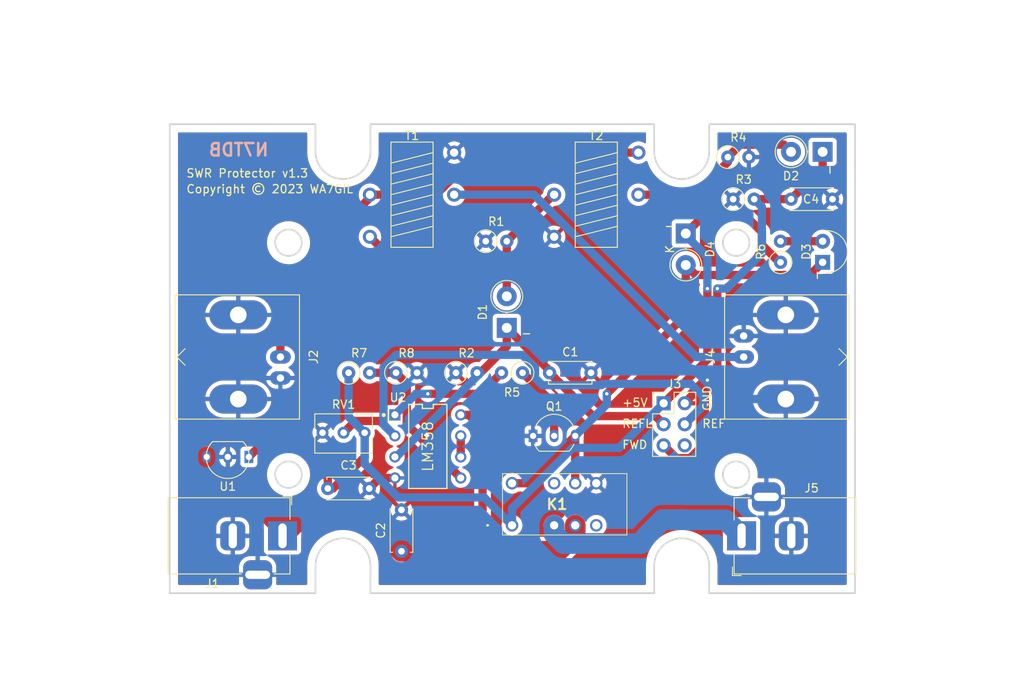
<source format=kicad_pcb>
(kicad_pcb (version 20221018) (generator pcbnew)
  (title_block (title "SWR Protector WA7GIL") (date "2023-05-28") (rev "v1.3"))
  (layers (0 "F.Cu" signal) (31 "B.Cu" signal) (34 "B.Paste" user) (35 "F.Paste" user) (36 "B.SilkS" user "B.Silkscreen") (37 "F.SilkS" user "F.Silkscreen") (38 "B.Mask" user) (39 "F.Mask" user) (44 "Edge.Cuts" user))
  (net 0 "")
  (net 1 "Net-(D3-K)")
  (net 2 "GND")
  (net 3 "Net-(D1-K)")
  (net 4 "+5V")
  (net 5 "+12V")
  (net 6 "Net-(D1-A)")
  (net 7 "Net-(D2-A)")
  (net 8 "Net-(D3-A)")
  (net 9 "Net-(D2-K)")
  (net 10 "Net-(J2-In)")
  (net 11 "Net-(J3-Pin_4)")
  (net 12 "Net-(J4-In)")
  (net 13 "Net-(K1-NC_1)")
  (net 15 "Net-(Q1-B)")
  (net 17 "Net-(U2B-+)")
  (net 18 "Net-(R5-Pad2)")
  (net 19 "Net-(U2B--)")
  (footprint "Capacitor_THT:C_Disc_D5.0mm_W2.5mm_P5.00mm" (layer "F.Cu") (at 188.595 83.82)
    (fp_text reference "C4" (at 2.413 0) (layer "F.SilkS"))
    (fp_text value "10 nF")
    (fp_line (start -0.12 -1.37) (end -0.12 -1.055) (stroke (width 0.12)) (layer "F.SilkS"))
    (fp_line (start -0.12 -1.37) (end 5.12 -1.37) (stroke (width 0.12)) (layer "F.SilkS"))
    (fp_line (start -0.12 1.055) (end -0.12 1.37) (stroke (width 0.12)) (layer "F.SilkS"))
    (fp_line (start -0.12 1.37) (end 5.12 1.37) (stroke (width 0.12)) (layer "F.SilkS"))
    (fp_line (start 5.12 -1.37) (end 5.12 -1.055) (stroke (width 0.12)) (layer "F.SilkS"))
    (fp_line (start 5.12 1.055) (end 5.12 1.37) (stroke (width 0.12)) (layer "F.SilkS"))
    (pad "1" thru_hole circle (at 0 0) (size 1.6 1.6) (drill 0.8) (layers "*.Cu" "*.Mask") (net 9 "Net-(D2-K)"))
    (pad "2" thru_hole circle (at 5 0) (size 1.6 1.6) (drill 0.8) (layers "*.Cu" "*.Mask") (net 2 "GND"))
  )
  (footprint "Resistor_THT:R_Axial_DIN0207_L6.3mm_D2.5mm_P2.54mm_Vertical" (layer "F.Cu") (at 156.21 104.775 180)
    (fp_text reference "R5" (at 1.27 -2.37) (layer "F.SilkS"))
    (fp_text value "4K7")
    (fp_line (start 1.37 0) (end 1.44 0) (stroke (width 0.12)) (layer "F.SilkS"))
    (fp_circle (center 0 0) (end 1.37 0) (stroke (width 0.12)) (fill none) (layer "F.SilkS"))
    (pad "1" thru_hole circle (at 0 0 180) (size 1.6 1.6) (drill 0.8) (layers "*.Cu" "*.Mask") (net 15 "Net-(Q1-B)"))
    (pad "2" thru_hole oval (at 2.54 0 180) (size 1.6 1.6) (drill 0.8) (layers "*.Cu" "*.Mask") (net 18 "Net-(R5-Pad2)"))
  )
  (footprint "Resistor_THT:R_Axial_DIN0207_L6.3mm_D2.5mm_P2.54mm_Vertical" (layer "F.Cu") (at 180.975 78.74)
    (fp_text reference "R4" (at 1.27 -2.37) (layer "F.SilkS"))
    (fp_text value "51R")
    (fp_line (start 1.37 0) (end 1.44 0) (stroke (width 0.12)) (layer "F.SilkS"))
    (fp_circle (center 0 0) (end 1.37 0) (stroke (width 0.12)) (fill none) (layer "F.SilkS"))
    (pad "1" thru_hole circle (at 0 0) (size 1.6 1.6) (drill 0.8) (layers "*.Cu" "*.Mask") (net 7 "Net-(D2-A)"))
    (pad "2" thru_hole oval (at 2.54 0) (size 1.6 1.6) (drill 0.8) (layers "*.Cu" "*.Mask") (net 2 "GND"))
  )
  (footprint "Resistor_THT:R_Axial_DIN0207_L6.3mm_D2.5mm_P2.54mm_Vertical" (layer "F.Cu") (at 151.765 88.9)
    (fp_text reference "R1" (at 1.27 -2.37) (layer "F.SilkS"))
    (fp_text value "51R")
    (fp_line (start 1.37 0) (end 1.44 0) (stroke (width 0.12)) (layer "F.SilkS"))
    (fp_circle (center 0 0) (end 1.37 0) (stroke (width 0.12)) (fill none) (layer "F.SilkS"))
    (pad "1" thru_hole circle (at 0 0) (size 1.6 1.6) (drill 0.8) (layers "*.Cu" "*.Mask") (net 2 "GND"))
    (pad "2" thru_hole oval (at 2.54 0) (size 1.6 1.6) (drill 0.8) (layers "*.Cu" "*.Mask") (net 6 "Net-(D1-A)"))
  )
  (footprint "Capacitor_THT:C_Disc_D5.0mm_W2.5mm_P5.00mm" (layer "F.Cu") (at 141.605 126.325 90)
    (fp_text reference "C2" (at 2.5 -2.5 90) (layer "F.SilkS"))
    (fp_text value "100 nF")
    (fp_line (start -0.12 -1.37) (end -0.12 -1.055) (stroke (width 0.12)) (layer "F.SilkS"))
    (fp_line (start -0.12 -1.37) (end 5.12 -1.37) (stroke (width 0.12)) (layer "F.SilkS"))
    (fp_line (start -0.12 1.055) (end -0.12 1.37) (stroke (width 0.12)) (layer "F.SilkS"))
    (fp_line (start -0.12 1.37) (end 5.12 1.37) (stroke (width 0.12)) (layer "F.SilkS"))
    (fp_line (start 5.12 -1.37) (end 5.12 -1.055) (stroke (width 0.12)) (layer "F.SilkS"))
    (fp_line (start 5.12 1.055) (end 5.12 1.37) (stroke (width 0.12)) (layer "F.SilkS"))
    (pad "1" thru_hole circle (at 0 0 90) (size 1.6 1.6) (drill 0.8) (layers "*.Cu" "*.Mask") (net 5 "+12V"))
    (pad "2" thru_hole circle (at 5 0 90) (size 1.6 1.6) (drill 0.8) (layers "*.Cu" "*.Mask") (net 2 "GND"))
  )
  (footprint "FT37-43:FT37-43-TRANSFORMER" (layer "F.Cu") (at 165.1 75.66)
    (fp_text reference "T2" (at 0 0.5 unlocked) (layer "F.SilkS"))
    (fp_text value "1:12")
    (fp_line (start -2.54 1.27) (end 2.54 1.27) (stroke (width 0.12)) (layer "F.SilkS"))
    (fp_line (start -2.54 3.81) (end 2.54 2.54) (stroke (width 0.12)) (layer "F.SilkS"))
    (fp_line (start -2.54 5.08) (end 2.54 3.81) (stroke (width 0.12)) (layer "F.SilkS"))
    (fp_line (start -2.54 6.35) (end 2.54 5.08) (stroke (width 0.12)) (layer "F.SilkS"))
    (fp_line (start -2.54 7.62) (end 2.54 6.35) (stroke (width 0.12)) (layer "F.SilkS"))
    (fp_line (start -2.54 8.89) (end 2.54 7.62) (stroke (width 0.12)) (layer "F.SilkS"))
    (fp_line (start -2.54 10.16) (end 2.54 8.89) (stroke (width 0.12)) (layer "F.SilkS"))
    (fp_line (start -2.54 11.43) (end 2.54 10.16) (stroke (width 0.12)) (layer "F.SilkS"))
    (fp_line (start -2.54 12.7) (end 2.54 11.43) (stroke (width 0.12)) (layer "F.SilkS"))
    (fp_line (start -2.54 13.97) (end -2.54 1.27) (stroke (width 0.12)) (layer "F.SilkS"))
    (fp_line (start 2.54 1.27) (end 2.54 13.97) (stroke (width 0.12)) (layer "F.SilkS"))
    (fp_line (start 2.54 13.97) (end -2.54 13.97) (stroke (width 0.12)) (layer "F.SilkS"))
    (pad "1" thru_hole circle (at 5.08 2.54) (size 1.7 1.7) (drill 1) (layers "*.Cu" "*.Mask") (net 10 "Net-(J2-In)"))
    (pad "2" thru_hole circle (at -5.08 12.7) (size 1.7 1.7) (drill 1) (layers "*.Cu" "*.Mask") (net 2 "GND"))
    (pad "3" thru_hole circle (at 5.08 7.62) (size 1.7 1.7) (drill 1) (layers "*.Cu" "*.Mask") (net 7 "Net-(D2-A)"))
    (pad "4" thru_hole circle (at -5.08 7.62) (size 1.7 1.7) (drill 1) (layers "*.Cu" "*.Mask") (net 6 "Net-(D1-A)"))
  )
  (footprint "Connector_Coaxial:BNC_Amphenol_B6252HB-NPP3G-50_Horizontal" (layer "F.Cu") (at 182.88 102.87 -90)
    (fp_text reference "J4" (at 0 4 90) (layer "F.SilkS"))
    (fp_text value "transceiver")
    (fp_line (start -7.5 -12.7) (end 7.5 -12.7) (stroke (width 0.12)) (layer "F.SilkS"))
    (fp_line (start -7.5 2.3) (end -7.5 -12.7) (stroke (width 0.12)) (layer "F.SilkS"))
    (fp_line (start 0 -12.5) (end -1 -11.5) (stroke (width 0.12)) (layer "F.SilkS"))
    (fp_line (start 0 -12.5) (end 1 -11.5) (stroke (width 0.12)) (layer "F.SilkS"))
    (fp_line (start 7.5 -12.7) (end 7.5 2.3) (stroke (width 0.12)) (layer "F.SilkS"))
    (fp_line (start 7.5 2.3) (end -7.5 2.3) (stroke (width 0.12)) (layer "F.SilkS"))
    (pad "1" thru_hole oval (at 0 0 270) (size 1.6 2.5) (drill 0.89) (layers "*.Cu" "*.Mask") (net 12 "Net-(J4-In)"))
    (pad "2" thru_hole oval (at -5.08 -5.08 270) (size 3.5 7) (drill 2.01) (layers "*.Cu" "*.Mask") (net 2 "GND"))
    (pad "2" thru_hole oval (at -2.54 0 270) (size 1.6 2.5) (drill 0.89) (layers "*.Cu" "*.Mask") (net 2 "GND"))
    (pad "2" thru_hole oval (at 5.08 -5.08 270) (size 3.5 7) (drill 2.01) (layers "*.Cu" "*.Mask") (net 2 "GND"))
  )
  (footprint "ATX209:ATX209" (layer "F.Cu") (at 154.94 123.19)
    (fp_text reference "K1" (at 5.425 -2.54) (layer "F.SilkS") (effects (font (size 1.27 1.27) (thickness 0.254))))
    (fp_text value "ATX209" hide)
    (fp_line (start -3 0) (end -3 0) (stroke (width 0.2)) (layer "F.SilkS"))
    (fp_line (start -3 0) (end -3 0) (stroke (width 0.2)) (layer "F.SilkS"))
    (fp_line (start -2.9 0) (end -2.9 0) (stroke (width 0.2)) (layer "F.SilkS"))
    (fp_line (start -1.15 -6.24) (end -1.15 1.16) (stroke (width 0.1)) (layer "F.SilkS"))
    (fp_line (start -1.15 1.16) (end 13.85 1.16) (stroke (width 0.1)) (layer "F.SilkS"))
    (fp_line (start 13.85 -6.24) (end -1.15 -6.24) (stroke (width 0.1)) (layer "F.SilkS"))
    (fp_line (start 13.85 1.16) (end 13.85 -6.24) (stroke (width 0.1)) (layer "F.SilkS"))
    (fp_arc (start -3 0) (mid -2.95 -0.05) (end -2.9 0) (stroke (width 0.2)) (layer "F.SilkS"))
    (fp_arc (start -2.9 0) (mid -2.95 0.05) (end -3 0) (stroke (width 0.2)) (layer "F.SilkS"))
    (fp_arc (start -2.9 0) (mid -2.95 0.05) (end -3 0) (stroke (width 0.2)) (layer "F.SilkS"))
    (pad "1" thru_hole circle (at 0 0) (size 1.5 1.5) (drill 1) (layers "*.Cu" "*.Mask") (net 4 "+5V"))
    (pad "3" thru_hole circle (at 5.08 0) (size 1.5 1.5) (drill 1) (layers "*.Cu" "*.Mask") (net 13 "Net-(K1-NC_1)"))
    (pad "4" thru_hole circle (at 7.62 0) (size 1.5 1.5) (drill 1) (layers "*.Cu" "*.Mask") (net 5 "+12V"))
    (pad "5" thru_hole circle (at 10.16 0) (size 1.5 1.5) (drill 1) (layers "*.Cu" "*.Mask"))
    (pad "8" thru_hole circle (at 10.16 -5.08) (size 1.5 1.5) (drill 1) (layers "*.Cu" "*.Mask") (net 2 "GND"))
    (pad "9" thru_hole circle (at 7.62 -5.08) (size 1.5 1.5) (drill 1) (layers "*.Cu" "*.Mask") (net 1 "Net-(D3-K)"))
    (pad "10" thru_hole circle (at 5.08 -5.08) (size 1.5 1.5) (drill 1) (layers "*.Cu" "*.Mask"))
    (pad "12" thru_hole circle (at 0 -5.08) (size 1.5 1.5) (drill 1) (layers "*.Cu" "*.Mask") (net 1 "Net-(D3-K)"))
  )
  (footprint "FT37-43:FT37-43-TRANSFORMER" (layer "F.Cu") (at 142.875 75.66)
    (fp_text reference "T1" (at 0 0.5 unlocked) (layer "F.SilkS"))
    (fp_text value "1:12")
    (fp_line (start -2.54 1.27) (end 2.54 1.27) (stroke (width 0.12)) (layer "F.SilkS"))
    (fp_line (start -2.54 3.81) (end 2.54 2.54) (stroke (width 0.12)) (layer "F.SilkS"))
    (fp_line (start -2.54 5.08) (end 2.54 3.81) (stroke (width 0.12)) (layer "F.SilkS"))
    (fp_line (start -2.54 6.35) (end 2.54 5.08) (stroke (width 0.12)) (layer "F.SilkS"))
    (fp_line (start -2.54 7.62) (end 2.54 6.35) (stroke (width 0.12)) (layer "F.SilkS"))
    (fp_line (start -2.54 8.89) (end 2.54 7.62) (stroke (width 0.12)) (layer "F.SilkS"))
    (fp_line (start -2.54 10.16) (end 2.54 8.89) (stroke (width 0.12)) (layer "F.SilkS"))
    (fp_line (start -2.54 11.43) (end 2.54 10.16) (stroke (width 0.12)) (layer "F.SilkS"))
    (fp_line (start -2.54 12.7) (end 2.54 11.43) (stroke (width 0.12)) (layer "F.SilkS"))
    (fp_line (start -2.54 13.97) (end -2.54 1.27) (stroke (width 0.12)) (layer "F.SilkS"))
    (fp_line (start 2.54 1.27) (end 2.54 13.97) (stroke (width 0.12)) (layer "F.SilkS"))
    (fp_line (start 2.54 13.97) (end -2.54 13.97) (stroke (width 0.12)) (layer "F.SilkS"))
    (pad "1" thru_hole circle (at 5.08 2.54) (size 1.7 1.7) (drill 1) (layers "*.Cu" "*.Mask") (net 2 "GND"))
    (pad "2" thru_hole circle (at -5.08 12.7) (size 1.7 1.7) (drill 1) (layers "*.Cu" "*.Mask") (net 6 "Net-(D1-A)"))
    (pad "3" thru_hole circle (at 5.08 7.62) (size 1.7 1.7) (drill 1) (layers "*.Cu" "*.Mask") (net 12 "Net-(J4-In)"))
    (pad "4" thru_hole circle (at -5.08 7.62) (size 1.7 1.7) (drill 1) (layers "*.Cu" "*.Mask") (net 10 "Net-(J2-In)"))
  )
  (footprint "Resistor_THT:R_Axial_DIN0207_L6.3mm_D2.5mm_P2.54mm_Vertical" (layer "F.Cu") (at 148.18 104.775)
    (fp_text reference "R2" (at 1.27 -2.37) (layer "F.SilkS"))
    (fp_text value "100K")
    (fp_line (start 1.37 0) (end 1.44 0) (stroke (width 0.12)) (layer "F.SilkS"))
    (fp_circle (center 0 0) (end 1.37 0) (stroke (width 0.12)) (fill none) (layer "F.SilkS"))
    (pad "1" thru_hole circle (at 0 0) (size 1.6 1.6) (drill 0.8) (layers "*.Cu" "*.Mask") (net 2 "GND"))
    (pad "2" thru_hole oval (at 2.54 0) (size 1.6 1.6) (drill 0.8) (layers "*.Cu" "*.Mask") (net 3 "Net-(D1-K)"))
  )
  (footprint "Potentiometer_THT:Potentiometer_Bourns_3266Y_Vertical" (layer "F.Cu") (at 137.16 112.014)
    (fp_text reference "RV1" (at -2.54 -3.41) (layer "F.SilkS"))
    (fp_text value "10K")
    (fp_line (start -6.015 -2.28) (end -6.015 -0.494) (stroke (width 0.12)) (layer "F.SilkS"))
    (fp_line (start -6.015 -2.28) (end 0.935 -2.28) (stroke (width 0.12)) (layer "F.SilkS"))
    (fp_line (start -6.015 0.496) (end -6.015 2.46) (stroke (width 0.12)) (layer "F.SilkS"))
    (fp_line (start -6.015 2.46) (end 0.935 2.46) (stroke (width 0.12)) (layer "F.SilkS"))
    (fp_line (start 0.935 -2.28) (end 0.935 -0.494) (stroke (width 0.12)) (layer "F.SilkS"))
    (fp_line (start 0.935 0.496) (end 0.935 2.46) (stroke (width 0.12)) (layer "F.SilkS"))
    (pad "1" thru_hole circle (at 0 0) (size 1.44 1.44) (drill 0.8) (layers "*.Cu" "*.Mask") (net 4 "+5V"))
    (pad "2" thru_hole circle (at -2.54 0) (size 1.44 1.44) (drill 0.8) (layers "*.Cu" "*.Mask") (net 11 "Net-(J3-Pin_4)"))
    (pad "3" thru_hole circle (at -5.08 0) (size 1.44 1.44) (drill 0.8) (layers "*.Cu" "*.Mask") (net 2 "GND"))
  )
  (footprint "Diode_THT:D_DO-15_P3.81mm_Vertical_KathodeUp" (layer "F.Cu") (at 175.895 87.965 -90)
    (fp_text reference "D4" (at 1.905 -2.92 90) (layer "F.SilkS"))
    (fp_text value "1N4007")
    (fp_text user "K" (at 1.9 1.905 90) (layer "F.SilkS"))
    (fp_line (start 1.89 0) (end 1.5 0) (stroke (width 0.12)) (layer "F.SilkS"))
    (fp_circle (center 3.81 0) (end 5.73 0) (stroke (width 0.12)) (fill none) (layer "F.SilkS"))
    (pad "1" thru_hole rect (at 0 0 270) (size 2.4 2.4) (drill 1.2) (layers "*.Cu" "*.Mask") (net 4 "+5V"))
    (pad "2" thru_hole oval (at 3.81 0 270) (size 2.4 2.4) (drill 1.2) (layers "*.Cu" "*.Mask") (net 1 "Net-(D3-K)"))
  )
  (footprint "Diode_THT:D_DO-15_P3.81mm_Vertical_KathodeUp" (layer "F.Cu") (at 154.305 99.36 90)
    (fp_text reference "D1" (at 1.905 -2.92 90) (layer "F.SilkS"))
    (fp_text value "1N270")
    (fp_line (start 1.89 0) (end 1.5 0) (stroke (width 0.12)) (layer "F.SilkS"))
    (fp_circle (center 3.81 0) (end 5.73 0) (stroke (width 0.12)) (fill none) (layer "F.SilkS"))
    (pad "1" thru_hole rect (at 0 0 90) (size 2.4 2.4) (drill 1.2) (layers "*.Cu" "*.Mask") (net 3 "Net-(D1-K)"))
    (pad "2" thru_hole oval (at 3.81 0 90) (size 2.4 2.4) (drill 1.2) (layers "*.Cu" "*.Mask") (net 6 "Net-(D1-A)"))
  )
  (footprint "Connector_BarrelJack:BarrelJack_Horizontal" (layer "F.Cu") (at 182.626 124.46 180)
    (fp_text reference "J5" (at -8.45 5.75) (layer "F.SilkS"))
    (fp_text value "Barrel_Jack")
    (fp_line (start -13.8 -4.6) (end 0.9 -4.6) (stroke (width 0.12)) (layer "F.SilkS"))
    (fp_line (start -13.8 4.6) (end -13.8 -4.6) (stroke (width 0.12)) (layer "F.SilkS"))
    (fp_line (start -5 4.6) (end -13.8 4.6) (stroke (width 0.12)) (layer "F.SilkS"))
    (fp_line (start 0.05 -4.8) (end 1.1 -4.8) (stroke (width 0.12)) (layer "F.SilkS"))
    (fp_line (start 0.9 -4.6) (end 0.9 -2) (stroke (width 0.12)) (layer "F.SilkS"))
    (fp_line (start 0.9 1.9) (end 0.9 4.6) (stroke (width 0.12)) (layer "F.SilkS"))
    (fp_line (start 0.9 4.6) (end -1 4.6) (stroke (width 0.12)) (layer "F.SilkS"))
    (fp_line (start 1.1 -3.75) (end 1.1 -4.8) (stroke (width 0.12)) (layer "F.SilkS"))
    (pad "1" thru_hole rect (at 0 0 180) (size 3.5 3.5) (drill oval 1 3) (layers "*.Cu" "*.Mask") (net 13 "Net-(K1-NC_1)"))
    (pad "2" thru_hole roundrect (at -6 0 180) (size 3 3.5) (drill oval 1 3) (layers "*.Cu" "*.Mask") (net 2 "GND"))
    (pad "3" thru_hole roundrect (at -3 4.7 180) (size 3.5 3.5) (drill oval 3 1) (layers "*.Cu" "*.Mask") (net 2 "GND"))
  )
  (footprint "Resistor_THT:R_Axial_DIN0207_L6.3mm_D2.5mm_P2.54mm_Vertical" (layer "F.Cu") (at 187.325 91.44 90)
    (fp_text reference "R6" (at 1.27 -2.37 90) (layer "F.SilkS"))
    (fp_text value "1K")
    (fp_line (start 1.37 0) (end 1.44 0) (stroke (width 0.12)) (layer "F.SilkS"))
    (fp_circle (center 0 0) (end 1.37 0) (stroke (width 0.12)) (fill none) (layer "F.SilkS"))
    (pad "1" thru_hole circle (at 0 0 90) (size 1.6 1.6) (drill 0.8) (layers "*.Cu" "*.Mask") (net 4 "+5V"))
    (pad "2" thru_hole oval (at 2.54 0 90) (size 1.6 1.6) (drill 0.8) (layers "*.Cu" "*.Mask") (net 8 "Net-(D3-A)"))
  )
  (footprint "Package_TO_SOT_THT:TO-92_Inline" (layer "F.Cu") (at 158.75 112.395)
    (fp_text reference "Q1" (at 1.27 -3.56) (layer "F.SilkS"))
    (fp_text value "2N3904")
    (fp_line (start -0.53 1.85) (end 3.07 1.85) (stroke (width 0.12)) (layer "F.SilkS"))
    (fp_arc (start -1.045667 -0.95) (mid -0.146539 -2.141603) (end 1.269762 -2.613235) (stroke (width 0.12)) (layer "F.SilkS"))
    (fp_arc (start -0.573696 1.80132) (mid -0.874247 1.425223) (end -1.1 1) (stroke (width 0.12)) (layer "F.SilkS"))
    (fp_arc (start 1.27 -2.601326) (mid 2.690476 -2.179253) (end 3.649999 -1.05) (stroke (width 0.12)) (layer "F.SilkS"))
    (fp_arc (start 3.649999 1) (mid 3.412643 1.4356) (end 3.096913 1.818222) (stroke (width 0.12)) (layer "F.SilkS"))
    (pad "1" thru_hole rect (at -1.27 0) (size 1.05 1.5) (drill 0.75) (layers "*.Cu" "*.Mask") (net 2 "GND"))
    (pad "2" thru_hole oval (at 1.27 0) (size 1.05 1.5) (drill 0.75) (layers "*.Cu" "*.Mask") (net 15 "Net-(Q1-B)"))
    (pad "3" thru_hole oval (at 3.81 0) (size 1.05 1.5) (drill 0.75) (layers "*.Cu" "*.Mask") (net 1 "Net-(D3-K)"))
  )
  (footprint "Connector_PinHeader_2.54mm:PinHeader_2x03_P2.54mm_Vertical" (layer "F.Cu") (at 173.228 108.458)
    (fp_text reference "J3" (at 1.27 -2.33) (layer "F.SilkS"))
    (fp_text value "Conn_02x03")
    (fp_line (start -1.33 -1.33) (end 0 -1.33) (stroke (width 0.12)) (layer "F.SilkS"))
    (fp_line (start -1.33 0) (end -1.33 -1.33) (stroke (width 0.12)) (layer "F.SilkS"))
    (fp_line (start -1.33 1.27) (end -1.33 6.41) (stroke (width 0.12)) (layer "F.SilkS"))
    (fp_line (start -1.33 1.27) (end 1.27 1.27) (stroke (width 0.12)) (layer "F.SilkS"))
    (fp_line (start -1.33 6.41) (end 3.87 6.41) (stroke (width 0.12)) (layer "F.SilkS"))
    (fp_line (start 1.27 -1.33) (end 3.87 -1.33) (stroke (width 0.12)) (layer "F.SilkS"))
    (fp_line (start 1.27 1.27) (end 1.27 -1.33) (stroke (width 0.12)) (layer "F.SilkS"))
    (fp_line (start 3.87 -1.33) (end 3.87 6.41) (stroke (width 0.12)) (layer "F.SilkS"))
    (pad "1" thru_hole rect (at 0 0) (size 1.7 1.7) (drill 1) (layers "*.Cu" "*.Mask") (net 4 "+5V"))
    (pad "2" thru_hole oval (at 2.54 0) (size 1.7 1.7) (drill 1) (layers "*.Cu" "*.Mask") (net 2 "GND"))
    (pad "3" thru_hole oval (at 0 2.54) (size 1.7 1.7) (drill 1) (layers "*.Cu" "*.Mask") (net 3 "Net-(D1-K)"))
    (pad "4" thru_hole oval (at 2.54 2.54) (size 1.7 1.7) (drill 1) (layers "*.Cu" "*.Mask") (net 11 "Net-(J3-Pin_4)"))
    (pad "5" thru_hole oval (at 0 5.08) (size 1.7 1.7) (drill 1) (layers "*.Cu" "*.Mask") (net 9 "Net-(D2-K)"))
    (pad "6" thru_hole oval (at 2.54 5.08) (size 1.7 1.7) (drill 1) (layers "*.Cu" "*.Mask"))
  )
  (footprint "Capacitor_THT:C_Disc_D5.0mm_W2.5mm_P5.00mm" (layer "F.Cu") (at 159.465 104.775)
    (fp_text reference "C1" (at 2.5 -2.5) (layer "F.SilkS"))
    (fp_text value "10 nF")
    (fp_line (start -0.12 -1.37) (end -0.12 -1.055) (stroke (width 0.12)) (layer "F.SilkS"))
    (fp_line (start -0.12 -1.37) (end 5.12 -1.37) (stroke (width 0.12)) (layer "F.SilkS"))
    (fp_line (start -0.12 1.055) (end -0.12 1.37) (stroke (width 0.12)) (layer "F.SilkS"))
    (fp_line (start -0.12 1.37) (end 5.12 1.37) (stroke (width 0.12)) (layer "F.SilkS"))
    (fp_line (start 5.12 -1.37) (end 5.12 -1.055) (stroke (width 0.12)) (layer "F.SilkS"))
    (fp_line (start 5.12 1.055) (end 5.12 1.37) (stroke (width 0.12)) (layer "F.SilkS"))
    (pad "1" thru_hole circle (at 0 0) (size 1.6 1.6) (drill 0.8) (layers "*.Cu" "*.Mask") (net 3 "Net-(D1-K)"))
    (pad "2" thru_hole circle (at 5 0) (size 1.6 1.6) (drill 0.8) (layers "*.Cu" "*.Mask") (net 2 "GND"))
  )
  (footprint "Resistor_THT:R_Axial_DIN0207_L6.3mm_D2.5mm_P2.54mm_Vertical" (layer "F.Cu") (at 135.226 104.775)
    (fp_text reference "R7" (at 1.27 -2.37) (layer "F.SilkS"))
    (fp_text value "10K")
    (fp_line (start 1.37 0) (end 1.44 0) (stroke (width 0.12)) (layer "F.SilkS"))
    (fp_circle (center 0 0) (end 1.37 0) (stroke (width 0.12)) (fill none) (layer "F.SilkS"))
    (pad "1" thru_hole circle (at 0 0) (size 1.6 1.6) (drill 0.8) (layers "*.Cu" "*.Mask") (net 4 "+5V"))
    (pad "2" thru_hole oval (at 2.54 0) (size 1.6 1.6) (drill 0.8) (layers "*.Cu" "*.Mask") (net 17 "Net-(U2B-+)"))
  )
  (footprint "LED_THT:LED_D5.0mm_Horizontal_O1.27mm_Z9.0mm" (layer "F.Cu") (at 192.405 91.44 90)
    (fp_text reference "D3" (at 1.27 -1.96 90) (layer "F.SilkS"))
    (fp_text value "red")
    (fp_line (start 0 1.08) (end 0 1.08) (stroke (width 0.12)) (layer "F.SilkS"))
    (fp_line (start 0 1.08) (end 0 1.21) (stroke (width 0.12)) (layer "F.SilkS"))
    (fp_line (start 0 1.21) (end 0 1.08) (stroke (width 0.12)) (layer "F.SilkS"))
    (fp_line (start 0 1.21) (end 0 1.21) (stroke (width 0.12)) (layer "F.SilkS"))
    (fp_line (start 2.54 1.08) (end 2.54 1.08) (stroke (width 0.12)) (layer "F.SilkS"))
    (fp_line (start 2.54 1.08) (end 2.54 1.21) (stroke (width 0.12)) (layer "F.SilkS"))
    (fp_line (start 2.54 1.21) (end 2.54 1.08) (stroke (width 0.12)) (layer "F.SilkS"))
    (fp_line (start 2.54 1.21) (end 2.54 1.21) (stroke (width 0.12)) (layer "F.SilkS"))
    (fp_arc (start 3.83 0.44) (mid 1.27 3) (end -1.29 0.44) (stroke (width 0.12)) (layer "F.SilkS"))
    (pad "1" thru_hole rect (at 0 0 90) (size 1.8 1.8) (drill 0.9) (layers "*.Cu" "*.Mask") (net 1 "Net-(D3-K)"))
    (pad "2" thru_hole circle (at 2.54 0 90) (size 1.8 1.8) (drill 0.9) (layers "*.Cu" "*.Mask") (net 8 "Net-(D3-A)"))
  )
  (footprint "Connector_Coaxial:BNC_Amphenol_B6252HB-NPP3G-50_Horizontal" (layer "F.Cu") (at 127 102.87 90)
    (fp_text reference "J2" (at 0 4 90) (layer "F.SilkS"))
    (fp_text value "antenna")
    (fp_line (start -7.5 -12.7) (end 7.5 -12.7) (stroke (width 0.12)) (layer "F.SilkS"))
    (fp_line (start -7.5 2.3) (end -7.5 -12.7) (stroke (width 0.12)) (layer "F.SilkS"))
    (fp_line (start 0 -12.5) (end -1 -11.5) (stroke (width 0.12)) (layer "F.SilkS"))
    (fp_line (start 0 -12.5) (end 1 -11.5) (stroke (width 0.12)) (layer "F.SilkS"))
    (fp_line (start 7.5 -12.7) (end 7.5 2.3) (stroke (width 0.12)) (layer "F.SilkS"))
    (fp_line (start 7.5 2.3) (end -7.5 2.3) (stroke (width 0.12)) (layer "F.SilkS"))
    (pad "1" thru_hole oval (at 0 0 90) (size 1.6 2.5) (drill 0.89) (layers "*.Cu" "*.Mask") (net 10 "Net-(J2-In)"))
    (pad "2" thru_hole oval (at -5.08 -5.08 90) (size 3.5 7) (drill 2.01) (layers "*.Cu" "*.Mask") (net 2 "GND"))
    (pad "2" thru_hole oval (at -2.54 0 90) (size 1.6 2.5) (drill 0.89) (layers "*.Cu" "*.Mask") (net 2 "GND"))
    (pad "2" thru_hole oval (at 5.08 -5.08 90) (size 3.5 7) (drill 2.01) (layers "*.Cu" "*.Mask") (net 2 "GND"))
  )
  (footprint "Resistor_THT:R_Axial_DIN0207_L6.3mm_D2.5mm_P2.54mm_Vertical" (layer "F.Cu") (at 181.61 83.82)
    (fp_text reference "R3" (at 1.27 -2.37) (layer "F.SilkS"))
    (fp_text value "100K")
    (fp_line (start 1.37 0) (end 1.44 0) (stroke (width 0.12)) (layer "F.SilkS"))
    (fp_circle (center 0 0) (end 1.37 0) (stroke (width 0.12)) (fill none) (layer "F.SilkS"))
    (pad "1" thru_hole circle (at 0 0) (size 1.6 1.6) (drill 0.8) (layers "*.Cu" "*.Mask") (net 2 "GND"))
    (pad "2" thru_hole oval (at 2.54 0) (size 1.6 1.6) (drill 0.8) (layers "*.Cu" "*.Mask") (net 9 "Net-(D2-K)"))
  )
  (footprint "Resistor_THT:R_Axial_DIN0207_L6.3mm_D2.5mm_P2.54mm_Vertical" (layer "F.Cu") (at 140.941 104.775)
    (fp_text reference "R8" (at 1.27 -2.37) (layer "F.SilkS"))
    (fp_text value "10K")
    (fp_line (start 1.37 0) (end 1.44 0) (stroke (width 0.12)) (layer "F.SilkS"))
    (fp_circle (center 0 0) (end 1.37 0) (stroke (width 0.12)) (fill none) (layer "F.SilkS"))
    (pad "1" thru_hole circle (at 0 0) (size 1.6 1.6) (drill 0.8) (layers "*.Cu" "*.Mask") (net 17 "Net-(U2B-+)"))
    (pad "2" thru_hole oval (at 2.54 0) (size 1.6 1.6) (drill 0.8) (layers "*.Cu" "*.Mask") (net 2 "GND"))
  )
  (footprint "LM358:ON_Semiconductor-626-05-04_2015-P-MFG" (layer "F.Cu") (at 144.78 113.665)
    (fp_text reference "U2" (at -4.695 -5.905) (layer "F.SilkS") (effects (justify left)))
    (fp_text value "LM358" (at 0 0 90) (layer "F.SilkS") (effects (font (size 1.27 1.27))))
    (fp_line (start -2.3025 -5.08) (end -2.3025 5.08) (stroke (width 0.15)) (layer "F.SilkS"))
    (fp_line (start -2.3025 5.08) (end 2.3025 5.08) (stroke (width 0.15)) (layer "F.SilkS"))
    (fp_line (start -0.657857 -5.08) (end -2.3025 -5.08) (stroke (width 0.15)) (layer "F.SilkS"))
    (fp_line (start -0.657857 -4.58) (end -0.657857 -5.08) (stroke (width 0.15)) (layer "F.SilkS"))
    (fp_line (start 0.657857 -5.08) (end 0.657857 -4.58) (stroke (width 0.15)) (layer "F.SilkS"))
    (fp_line (start 0.657857 -4.58) (end -0.657857 -4.58) (stroke (width 0.15)) (layer "F.SilkS"))
    (fp_line (start 2.3025 -5.08) (end 0.657857 -5.08) (stroke (width 0.15)) (layer "F.SilkS"))
    (fp_line (start 2.3025 5.08) (end 2.3025 -5.08) (stroke (width 0.15)) (layer "F.SilkS"))
    (fp_circle (center -5.32 -3.785) (end -5.195 -3.785) (stroke (width 0.25)) (fill none) (layer "F.SilkS"))
    (pad "1" thru_hole rect (at -3.97 -3.81) (size 1.35 1.35) (drill 0.85) (layers "*.Cu" "*.Mask") (net 18 "Net-(R5-Pad2)") (thermal_bridge_width 0.4))
    (pad "2" thru_hole circle (at -3.97 -1.27) (size 1.35 1.35) (drill 0.85) (layers "*.Cu" "*.Mask") (net 11 "Net-(J3-Pin_4)") (thermal_bridge_width 0.4))
    (pad "3" thru_hole circle (at -3.97 1.27) (size 1.35 1.35) (drill 0.85) (layers "*.Cu" "*.Mask") (net 3 "Net-(D1-K)") (thermal_bridge_width 0.4))
    (pad "4" thru_hole circle (at -3.97 3.81) (size 1.35 1.35) (drill 0.85) (layers "*.Cu" "*.Mask") (net 2 "GND") (thermal_bridge_width 0.4))
    (pad "5" thru_hole circle (at 3.97 3.81) (size 1.35 1.35) (drill 0.85) (layers "*.Cu" "*.Mask") (net 17 "Net-(U2B-+)") (thermal_bridge_width 0.4))
    (pad "6" thru_hole circle (at 3.97 1.27) (size 1.35 1.35) (drill 0.85) (layers "*.Cu" "*.Mask") (net 19 "Net-(U2B--)") (thermal_bridge_width 0.4))
    (pad "7" thru_hole circle (at 3.97 -1.27) (size 1.35 1.35) (drill 0.85) (layers "*.Cu" "*.Mask") (net 19 "Net-(U2B--)") (thermal_bridge_width 0.4))
    (pad "8" thru_hole circle (at 3.97 -3.81) (size 1.35 1.35) (drill 0.85) (layers "*.Cu" "*.Mask") (net 5 "+12V") (thermal_bridge_width 0.4))
  )
  (footprint "Package_TO_SOT_THT:TO-92_Inline" (layer "F.Cu") (at 121.92 114.935 180)
    (fp_text reference "U1" (at 1.27 -3.56) (layer "F.SilkS"))
    (fp_text value "LM78L05_TO92")
    (fp_line (start -0.53 1.85) (end 3.07 1.85) (stroke (width 0.12)) (layer "F.SilkS"))
    (fp_arc (start -0.568478 1.838478) (mid -1.132087 -0.994977) (end 1.27 -2.6) (stroke (width 0.12)) (layer "F.SilkS"))
    (fp_arc (start 1.27 -2.6) (mid 3.672087 -0.994977) (end 3.108478 1.838478) (stroke (width 0.12)) (layer "F.SilkS"))
    (pad "1" thru_hole rect (at -1.27 0 180) (size 1.05 1.5) (drill 0.75) (layers "*.Cu" "*.Mask") (net 4 "+5V"))
    (pad "2" thru_hole oval (at 1.27 0 180) (size 1.05 1.5) (drill 0.75) (layers "*.Cu" "*.Mask") (net 2 "GND"))
    (pad "3" thru_hole oval (at 3.81 0 180) (size 1.05 1.5) (drill 0.75) (layers "*.Cu" "*.Mask") (net 5 "+12V"))
  )
  (footprint "Diode_THT:D_DO-15_P3.81mm_Vertical_KathodeUp" (layer "F.Cu") (at 192.405 78.105 180)
    (fp_text reference "D2" (at 3.81 -2.92) (layer "F.SilkS"))
    (fp_text value "1N270")
    (fp_line (start 1.89 0) (end 1.5 0) (stroke (width 0.12)) (layer "F.SilkS"))
    (fp_circle (center 3.81 0) (end 5.73 0) (stroke (width 0.12)) (fill none) (layer "F.SilkS"))
    (pad "1" thru_hole rect (at 0 0 180) (size 2.4 2.4) (drill 1.2) (layers "*.Cu" "*.Mask") (net 9 "Net-(D2-K)"))
    (pad "2" thru_hole oval (at 3.81 0 180) (size 2.4 2.4) (drill 1.2) (layers "*.Cu" "*.Mask") (net 7 "Net-(D2-A)"))
  )
  (footprint "Capacitor_THT:C_Disc_D5.0mm_W2.5mm_P5.00mm" (layer "F.Cu") (at 132.715 118.745)
    (fp_text reference "C3" (at 2.5 -2.794) (layer "F.SilkS"))
    (fp_text value "100 nF")
    (fp_line (start -0.12 -1.37) (end -0.12 -1.055) (stroke (width 0.12)) (layer "F.SilkS"))
    (fp_line (start -0.12 -1.37) (end 5.12 -1.37) (stroke (width 0.12)) (layer "F.SilkS"))
    (fp_line (start -0.12 1.055) (end -0.12 1.37) (stroke (width 0.12)) (layer "F.SilkS"))
    (fp_line (start -0.12 1.37) (end 5.12 1.37) (stroke (width 0.12)) (layer "F.SilkS"))
    (fp_line (start 5.12 -1.37) (end 5.12 -1.055) (stroke (width 0.12)) (layer "F.SilkS"))
    (fp_line (start 5.12 1.055) (end 5.12 1.37) (stroke (width 0.12)) (layer "F.SilkS"))
    (pad "1" thru_hole circle (at 0 0) (size 1.6 1.6) (drill 0.8) (layers "*.Cu" "*.Mask") (net 4 "+5V"))
    (pad "2" thru_hole circle (at 5 0) (size 1.6 1.6) (drill 0.8) (layers "*.Cu" "*.Mask") (net 2 "GND"))
  )
  (footprint "Connector_BarrelJack:BarrelJack_Horizontal" (layer "F.Cu") (at 127.254 124.46)
    (fp_text reference "J1" (at -8.45 5.75) (layer "F.SilkS"))
    (fp_text value "Barrel_Jack")
    (fp_line (start -13.8 -4.6) (end 0.9 -4.6) (stroke (width 0.12)) (layer "F.SilkS"))
    (fp_line (start -13.8 4.6) (end -13.8 -4.6) (stroke (width 0.12)) (layer "F.SilkS"))
    (fp_line (start -5 4.6) (end -13.8 4.6) (stroke (width 0.12)) (layer "F.SilkS"))
    (fp_line (start 0.05 -4.8) (end 1.1 -4.8) (stroke (width 0.12)) (layer "F.SilkS"))
    (fp_line (start 0.9 -4.6) (end 0.9 -2) (stroke (width 0.12)) (layer "F.SilkS"))
    (fp_line (start 0.9 1.9) (end 0.9 4.6) (stroke (width 0.12)) (layer "F.SilkS"))
    (fp_line (start 0.9 4.6) (end -1 4.6) (stroke (width 0.12)) (layer "F.SilkS"))
    (fp_line (start 1.1 -3.75) (end 1.1 -4.8) (stroke (width 0.12)) (layer "F.SilkS"))
    (pad "1" thru_hole rect (at 0 0) (size 3.5 3.5) (drill oval 1 3) (layers "*.Cu" "*.Mask") (net 5 "+12V"))
    (pad "2" thru_hole roundrect (at -6 0) (size 3 3.5) (drill oval 1 3) (layers "*.Cu" "*.Mask") (net 2 "GND"))
    (pad "3" thru_hole roundrect (at -3 4.7) (size 3.5 3.5) (drill oval 3 1) (layers "*.Cu" "*.Mask") (net 2 "GND"))
  )
  (gr_line (start 131.229405 131.380487) (end 113.645497 131.380487) (stroke (width 0.2)) (layer "Edge.Cuts"))
  (gr_line (start 172.091371 74.769234) (end 172.091371 78.074861) (stroke (width 0.2)) (layer "Edge.Cuts"))
  (gr_line (start 178.723555 131.380487) (end 178.723555 128.074861) (stroke (width 0.2)) (layer "Edge.Cuts"))
  (gr_arc (start 137.861589 78.074861) (mid 134.545497 81.390953) (end 131.229405 78.074861) (stroke (width 0.2)) (layer "Edge.Cuts"))
  (gr_line (start 196.307463 74.769234) (end 196.307463 131.380487) (stroke (width 0.2)) (layer "Edge.Cuts"))
  (gr_circle (center 181.97648 117.074861) (end 183.57648 117.074861) (stroke (width 0.2)) (fill none) (layer "Edge.Cuts"))
  (gr_line (start 137.861589 74.769234) (end 172.091371 74.769234) (stroke (width 0.2)) (layer "Edge.Cuts"))
  (gr_circle (center 181.97648 89.074861) (end 183.57648 89.074861) (stroke (width 0.2)) (fill none) (layer "Edge.Cuts"))
  (gr_line (start 178.723555 78.074861) (end 178.723555 74.769234) (stroke (width 0.2)) (layer "Edge.Cuts"))
  (gr_line (start 113.645497 74.769234) (end 131.229405 74.769234) (stroke (width 0.2)) (layer "Edge.Cuts"))
  (gr_arc (start 172.091371 128.074861) (mid 175.407463 124.758769) (end 178.723555 128.074861) (stroke (width 0.2)) (layer "Edge.Cuts"))
  (gr_line (start 131.229405 74.769234) (end 131.229405 78.074861) (stroke (width 0.2)) (layer "Edge.Cuts"))
  (gr_arc (start 131.229405 128.074861) (mid 134.545497 124.758769) (end 137.861589 128.074861) (stroke (width 0.2)) (layer "Edge.Cuts"))
  (gr_line (start 196.307463 131.380487) (end 178.723555 131.380487) (stroke (width 0.2)) (layer "Edge.Cuts"))
  (gr_circle (center 127.97648 117.074861) (end 129.57648 117.074861) (stroke (width 0.2)) (fill none) (layer "Edge.Cuts"))
  (gr_line (start 172.091371 128.074861) (end 172.091371 131.380487) (stroke (width 0.2)) (layer "Edge.Cuts"))
  (gr_arc (start 178.723555 78.074861) (mid 175.407463 81.390953) (end 172.091371 78.074861) (stroke (width 0.2)) (layer "Edge.Cuts"))
  (gr_line (start 178.723555 74.769234) (end 196.307463 74.769234) (stroke (width 0.2)) (layer "Edge.Cuts"))
  (gr_line (start 131.229405 128.074861) (end 131.229405 131.380487) (stroke (width 0.2)) (layer "Edge.Cuts"))
  (gr_circle (center 127.97648 89.074861) (end 129.57648 89.074861) (stroke (width 0.2)) (fill none) (layer "Edge.Cuts"))
  (gr_line (start 137.861589 131.380487) (end 137.861589 128.074861) (stroke (width 0.2)) (layer "Edge.Cuts"))
  (gr_line (start 137.861589 78.074861) (end 137.861589 74.769234) (stroke (width 0.2)) (layer "Edge.Cuts"))
  (gr_line (start 113.645497 131.380487) (end 113.645497 74.769234) (stroke (width 0.2)) (layer "Edge.Cuts"))
  (gr_line (start 172.091371 131.380487) (end 137.861589 131.380487) (stroke (width 0.2)) (layer "Edge.Cuts"))
  (gr_text "N7TDB" (at 125.73 78.74) (layer "B.SilkS") (effects (font (size 1.5 1.5) (thickness 0.3) bold) (justify left bottom mirror)))
  (gr_text "-" (at 193.802 81.026 90) (layer "F.SilkS") (effects (font (size 1 1)) (justify left bottom)))
  (gr_text "-" (at 192.278 93.726 90) (layer "F.SilkS") (effects (font (size 1 1)) (justify left bottom)))
  (gr_text "-" (at 173.228 87.63) (layer "F.SilkS") (effects (font (size 1 1)) (justify left bottom)))
  (gr_text "REFL" (at 168.148 111.506) (layer "F.SilkS") (effects (font (size 1 1)) (justify left bottom)))
  (gr_text "+5V" (at 168.148 108.966) (layer "F.SilkS") (effects (font (size 1 1)) (justify left bottom)))
  (gr_text "Copyright © 2023 WA7GIL" (at 115.57 83.185) (layer "F.SilkS") (effects (font (size 1 1)) (justify left bottom)))
  (gr_text "GND" (at 179.07 109.474 90) (layer "F.SilkS") (effects (font (size 1 1)) (justify left bottom)))
  (gr_text "REF" (at 177.8 111.506) (layer "F.SilkS") (effects (font (size 1 1)) (justify left bottom)))
  (gr_text "FWD" (at 168.148 114.046) (layer "F.SilkS") (effects (font (size 1 1)) (justify left bottom)))
  (gr_text "SWR Protector v1.3" (at 115.57 81.28) (layer "F.SilkS") (effects (font (size 1 1)) (justify left bottom)))
  (gr_text "-" (at 155.956 100.584) (layer "F.SilkS") (effects (font (size 1 1)) (justify left bottom)))
  (segment (start 156.845 118.11) (end 162.56 112.395) (width 1) (layer "F.Cu") (net 1))
  (segment (start 190.87 92.975) (end 192.405 91.44) (width 1) (layer "F.Cu") (net 1))
  (segment (start 177.095 92.975) (end 190.87 92.975) (width 1) (layer "F.Cu") (net 1))
  (segment (start 175.895 91.775) (end 177.095 92.975) (width 1) (layer "F.Cu") (net 1))
  (segment (start 162.56 112.395) (end 162.56 118.11) (width 1) (layer "F.Cu") (net 1))
  (segment (start 175.895 97.79) (end 166.37 107.315) (width 1) (layer "F.Cu") (net 1))
  (segment (start 175.895 91.775) (end 175.895 97.79) (width 1) (layer "F.Cu") (net 1))
  (segment (start 154.94 118.11) (end 156.845 118.11) (width 1) (layer "F.Cu") (net 1))
  (via (at 166.37 107.315) (size 0.8) (drill 0.4) (layers "F.Cu" "B.Cu") (net 1))
  (segment (start 166.37 107.315) (end 166.37 108.585) (width 1) (layer "B.Cu") (net 1))
  (segment (start 166.37 108.585) (end 162.56 112.395) (width 1) (layer "B.Cu") (net 1))
  (segment (start 175.768 108.458) (end 175.768 108.401) (width 1) (layer "F.Cu") (net 2))
  (segment (start 138.985 117.475) (end 137.715 118.745) (width 1) (layer "F.Cu") (net 2))
  (segment (start 140.81 117.475) (end 138.985 117.475) (width 1) (layer "F.Cu") (net 2))
  (segment (start 175.768 108.401) (end 178.505 105.664) (width 1) (layer "F.Cu") (net 2))
  (via (at 178.505 105.664) (size 0.8) (drill 0.4) (layers "F.Cu" "B.Cu") (net 2))
  (segment (start 180.791 107.95) (end 187.96 107.95) (width 1) (layer "B.Cu") (net 2))
  (segment (start 178.505 105.664) (end 180.791 107.95) (width 1) (layer "B.Cu") (net 2))
  (segment (start 164.698 110.008) (end 172.238 110.008) (width 1) (layer "F.Cu") (net 3))
  (segment (start 159.465 104.52) (end 154.305 99.36) (width 1) (layer "F.Cu") (net 3))
  (segment (start 154.305 101.6) (end 154.305 99.36) (width 1) (layer "F.Cu") (net 3))
  (segment (start 154.305 101.6) (end 151.13 104.775) (width 1) (layer "F.Cu") (net 3))
  (segment (start 159.465 104.775) (end 159.465 104.52) (width 1) (layer "F.Cu") (net 3))
  (segment (start 173.228 110.998) (end 172.238 110.008) (width 1) (layer "F.Cu") (net 3))
  (segment (start 159.465 104.775) (end 164.698 110.008) (width 1) (layer "F.Cu") (net 3))
  (segment (start 151.13 104.775) (end 140.97 114.935) (width 1) (layer "B.Cu") (net 3))
  (segment (start 140.97 114.935) (end 140.81 114.935) (width 1) (layer "B.Cu") (net 3))
  (segment (start 185.08705 87.797784) (end 183.261593 85.972327) (width 1) (layer "F.Cu") (net 4))
  (segment (start 132.715 117.425734) (end 129.261593 113.972327) (width 1) (layer "F.Cu") (net 4))
  (segment (start 132.715 118.745) (end 133.35 118.745) (width 1) (layer "F.Cu") (net 4))
  (segment (start 178.505 94.615) (end 178.505 103.181) (width 1) (layer "F.Cu") (net 4))
  (segment (start 124.152673 113.972327) (end 123.19 114.935) (width 1) (layer "F.Cu") (net 4))
  (segment (start 133.35 118.745) (end 137.16 114.935) (width 1) (layer "F.Cu") (net 4))
  (segment (start 185.08705 89.344041) (end 185.08705 87.797784) (width 1) (layer "F.Cu") (net 4))
  (segment (start 177.887673 85.972327) (end 175.895 87.965) (width 1) (layer "F.Cu") (net 4))
  (segment (start 187.325 91.44) (end 187.183009 91.44) (width 1) (layer "F.Cu") (net 4))
  (segment (start 187.183009 91.44) (end 185.08705 89.344041) (width 1) (layer "F.Cu") (net 4))
  (segment (start 132.715 118.745) (end 132.715 117.425734) (width 1) (layer "F.Cu") (net 4))
  (segment (start 183.261593 85.972327) (end 177.887673 85.972327) (width 1) (layer "F.Cu") (net 4))
  (segment (start 129.261593 113.972327) (end 124.152673 113.972327) (width 1) (layer "F.Cu") (net 4))
  (segment (start 137.16 114.935) (end 137.16 112.014) (width 1) (layer "F.Cu") (net 4))
  (segment (start 178.505 103.181) (end 173.228 108.458) (width 1) (layer "F.Cu") (net 4))
  (via (at 178.505 94.615) (size 0.8) (drill 0.4) (layers "F.Cu" "B.Cu") (net 4))
  (segment (start 141.215456 119.825) (end 151.575 119.825) (width 1) (layer "B.Cu") (net 4))
  (segment (start 175.895 88.195) (end 178.505 90.805) (width 1) (layer "B.Cu") (net 4))
  (segment (start 178.505 94.615) (end 178.505 90.805) (width 1) (layer "B.Cu") (net 4))
  (segment (start 151.575 119.825) (end 154.94 123.19) (width 1) (layer "B.Cu") (net 4))
  (segment (start 162.23439 113.845) (end 167.841 113.845) (width 1) (layer "B.Cu") (net 4))
  (segment (start 175.895 87.965) (end 175.895 88.195) (width 1) (layer "B.Cu") (net 4))
  (segment (start 135.226 110.08) (end 137.16 112.014) (width 1) (layer "B.Cu") (net 4))
  (segment (start 135.226 104.775) (end 135.226 110.08) (width 1) (layer "B.Cu") (net 4))
  (segment (start 137.16 112.014) (end 137.16 115.769544) (width 1) (layer "B.Cu") (net 4))
  (segment (start 137.16 115.769544) (end 141.215456 119.825) (width 1) (layer "B.Cu") (net 4))
  (segment (start 154.94 121.13939) (end 162.23439 113.845) (width 1) (layer "B.Cu") (net 4))
  (segment (start 167.841 113.845) (end 173.228 108.458) (width 1) (layer "B.Cu") (net 4))
  (segment (start 154.94 123.19) (end 154.94 121.13939) (width 1) (layer "B.Cu") (net 4))
  (segment (start 137.2 121.92) (end 141.605 126.325) (width 2.5) (layer "F.Cu") (net 5))
  (segment (start 129.794 121.92) (end 137.2 121.92) (width 2.5) (layer "F.Cu") (net 5))
  (segment (start 122.555 118.745) (end 118.11 118.745) (width 2.5) (layer "F.Cu") (net 5))
  (segment (start 151.384 111.534406) (end 151.384 126.325) (width 1) (layer "F.Cu") (net 5))
  (segment (start 160.48566 126.325) (end 162.56 124.25066) (width 2.5) (layer "F.Cu") (net 5))
  (segment (start 162.56 124.25066) (end 162.56 123.19) (width 2.5) (layer "F.Cu") (net 5))
  (segment (start 127.254 124.46) (end 129.794 121.92) (width 2.5) (layer "F.Cu") (net 5))
  (segment (start 151.384 126.325) (end 160.48566 126.325) (width 2.5) (layer "F.Cu") (net 5))
  (segment (start 127.254 124.46) (end 127.254 123.444) (width 2.5) (layer "F.Cu") (net 5))
  (segment (start 148.75 109.855) (end 149.704594 109.855) (width 1) (layer "F.Cu") (net 5))
  (segment (start 127.254 123.444) (end 122.555 118.745) (width 2.5) (layer "F.Cu") (net 5))
  (segment (start 141.605 126.325) (end 151.384 126.325) (width 2.5) (layer "F.Cu") (net 5))
  (segment (start 149.704594 109.855) (end 151.384 111.534406) (width 1) (layer "F.Cu") (net 5))
  (segment (start 118.11 118.745) (end 118.11 114.935) (width 2.5) (layer "F.Cu") (net 5))
  (segment (start 154.305 91.44) (end 154.305 95.55) (width 1) (layer "F.Cu") (net 6))
  (segment (start 159.925 83.28) (end 154.305 88.9) (width 1) (layer "F.Cu") (net 6))
  (segment (start 137.795 88.36) (end 140.875 91.44) (width 1) (layer "F.Cu") (net 6))
  (segment (start 154.305 88.9) (end 154.305 91.44) (width 1) (layer "F.Cu") (net 6))
  (segment (start 140.875 91.44) (end 154.305 91.44) (width 1) (layer "F.Cu") (net 6))
  (segment (start 160.02 83.28) (end 159.925 83.28) (width 1) (layer "F.Cu") (net 6))
  (segment (start 180.975 78.74) (end 182.475 77.24) (width 1) (layer "F.Cu") (net 7))
  (segment (start 180.975 79.329445) (end 180.975 78.74) (width 1) (layer "F.Cu") (net 7))
  (segment (start 177.024445 83.28) (end 180.975 79.329445) (width 1) (layer "F.Cu") (net 7))
  (segment (start 170.18 83.28) (end 177.024445 83.28) (width 1) (layer "F.Cu") (net 7))
  (segment (start 187.73 77.24) (end 188.595 78.105) (width 1) (layer "F.Cu") (net 7))
  (segment (start 182.475 77.24) (end 187.73 77.24) (width 1) (layer "F.Cu") (net 7))
  (segment (start 192.405 88.9) (end 187.325 88.9) (width 1) (layer "F.Cu") (net 8))
  (segment (start 174.778 115.088) (end 173.228 113.538) (width 1) (layer "F.Cu") (net 9))
  (segment (start 192.405 78.105) (end 192.405 80.01) (width 1) (layer "F.Cu") (net 9))
  (segment (start 192.405 80.01) (end 188.595 83.82) (width 1) (layer "F.Cu") (net 9))
  (segment (start 188.595 83.82) (end 184.15 83.82) (width 1) (layer "F.Cu") (net 9))
  (segment (start 179.705 94.615) (end 179.705 111.793032) (width 1) (layer "F.Cu") (net 9))
  (segment (start 179.705 111.793032) (end 176.410032 115.088) (width 1) (layer "F.Cu") (net 9))
  (segment (start 176.410032 115.088) (end 174.778 115.088) (width 1) (layer "F.Cu") (net 9))
  (via (at 179.705 94.615) (size 0.8) (drill 0.4) (layers "F.Cu" "B.Cu") (net 9))
  (segment (start 180.823988 94.615) (end 179.705 94.615) (width 1) (layer "B.Cu") (net 9))
  (segment (start 185.076693 90.362295) (end 180.823988 94.615) (width 1) (layer "B.Cu") (net 9))
  (segment (start 185.076693 84.746693) (end 185.076693 90.362295) (width 1) (layer "B.Cu") (net 9))
  (segment (start 184.15 83.82) (end 185.076693 84.746693) (width 1) (layer "B.Cu") (net 9))
  (segment (start 127 102.87) (end 127 94.438988) (width 1) (layer "F.Cu") (net 10))
  (segment (start 145.762968 83.28) (end 150.842968 78.2) (width 1) (layer "F.Cu") (net 10))
  (segment (start 150.842968 78.2) (end 170.18 78.2) (width 1) (layer "F.Cu") (net 10))
  (segment (start 127 94.438988) (end 137.795 83.643988) (width 1) (layer "F.Cu") (net 10))
  (segment (start 137.795 83.643988) (end 137.795 83.28) (width 1) (layer "F.Cu") (net 10))
  (segment (start 137.795 83.28) (end 145.762968 83.28) (width 1) (layer "F.Cu") (net 10))
  (segment (start 139.009 110.594) (end 140.81 112.395) (width 1) (layer "F.Cu") (net 11))
  (segment (start 136.04 110.594) (end 139.009 110.594) (width 1) (layer "F.Cu") (net 11))
  (segment (start 134.62 112.014) (end 136.04 110.594) (width 1) (layer "F.Cu") (net 11))
  (segment (start 156.172321 102.616) (end 140.978679 102.616) (width 1) (layer "B.Cu") (net 11))
  (segment (start 158.588679 106.275) (end 157.71 105.396321) (width 1) (layer "B.Cu") (net 11))
  (segment (start 157.71 104.153679) (end 156.172321 102.616) (width 1) (layer "B.Cu") (net 11))
  (segment (start 178.054 107.696) (end 176.473 106.115) (width 1) (layer "B.Cu") (net 11))
  (segment (start 165.872944 106.115) (end 165.712944 106.275) (width 1) (layer "B.Cu") (net 11))
  (segment (start 165.712944 106.275) (end 158.588679 106.275) (width 1) (layer "B.Cu") (net 11))
  (segment (start 139.435 111.02) (end 140.81 112.395) (width 1) (layer "B.Cu") (net 11))
  (segment (start 178.054 108.712) (end 178.054 107.696) (width 1) (layer "B.Cu") (net 11))
  (segment (start 157.71 105.396321) (end 157.71 104.153679) (width 1) (layer "B.Cu") (net 11))
  (segment (start 175.768 110.998) (end 178.054 108.712) (width 1) (layer "B.Cu") (net 11))
  (segment (start 139.435 104.159679) (end 139.435 111.02) (width 1) (layer "B.Cu") (net 11))
  (segment (start 176.473 106.115) (end 165.872944 106.115) (width 1) (layer "B.Cu") (net 11))
  (segment (start 140.978679 102.616) (end 139.435 104.159679) (width 1) (layer "B.Cu") (net 11))
  (segment (start 157.575 83.28) (end 177.165 102.87) (width 1) (layer "B.Cu") (net 12))
  (segment (start 147.955 83.28) (end 157.575 83.28) (width 1) (layer "B.Cu") (net 12))
  (segment (start 177.165 102.87) (end 182.88 102.87) (width 1) (layer "B.Cu") (net 12))
  (segment (start 171.572274 124.026101) (end 173.100353 122.498022) (width 2.5) (layer "B.Cu") (net 13))
  (segment (start 176.010427 122.530713) (end 180.696713 122.530713) (width 2.5) (layer "B.Cu") (net 13))
  (segment (start 171.157008 124.464492) (end 171.572274 124.026101) (width 2.5) (layer "B.Cu") (net 13))
  (segment (start 170.791577 124.945209) (end 171.157008 124.464492) (width 2.5) (layer "B.Cu") (net 13))
  (segment (start 160.02 123.19) (end 160.02 124.25066) (width 2.5) (layer "B.Cu") (net 13))
  (segment (start 161.15934 125.39) (end 170.523954 125.39) (width 2.5) (layer "B.Cu") (net 13))
  (segment (start 180.696713 122.530713) (end 182.626 124.46) (width 2.5) (layer "B.Cu") (net 13))
  (segment (start 160.02 124.25066) (end 161.15934 125.39) (width 2.5) (layer "B.Cu") (net 13))
  (segment (start 170.523954 125.39) (end 170.791577 124.945209) (width 2.5) (layer "B.Cu") (net 13))
  (segment (start 173.100353 122.498022) (end 175.407463 122.498022) (width 2.5) (layer "B.Cu") (net 13))
  (segment (start 175.407463 122.498022) (end 176.010427 122.530713) (width 2.5) (layer "B.Cu") (net 13))
  (segment (start 156.21 104.775) (end 160.02 108.585) (width 1) (layer "F.Cu") (net 15))
  (segment (start 160.02 112.395) (end 160.02 108.585) (width 1) (layer "F.Cu") (net 15))
  (segment (start 142.24 110.965) (end 148.75 117.475) (width 1) (layer "F.Cu") (net 17))
  (segment (start 142.24 106.074) (end 140.941 104.775) (width 1) (layer "F.Cu") (net 17))
  (segment (start 142.24 110.965) (end 142.24 106.074) (width 1) (layer "F.Cu") (net 17))
  (segment (start 137.766 104.775) (end 140.941 104.775) (width 1) (layer "F.Cu") (net 17))
  (segment (start 151.13 107.315) (end 144.78 107.315) (width 1) (layer "F.Cu") (net 18))
  (segment (start 153.67 104.775) (end 151.13 107.315) (width 1) (layer "F.Cu") (net 18))
  (via (at 144.78 107.315) (size 0.8) (drill 0.4) (layers "F.Cu" "B.Cu") (net 18))
  (segment (start 144.78 107.315) (end 143.35 107.315) (width 1) (layer "B.Cu") (net 18))
  (segment (start 143.35 107.315) (end 140.81 109.855) (width 1) (layer "B.Cu") (net 18))
  (segment (start 148.75 114.935) (end 148.75 112.395) (width 1) (layer "F.Cu") (net 19))
  (zone (net 2) (net_name "GND") (layer "F.Cu") (priority 1) (connect_pads (clearance 0.508)) (min_thickness 0.25) (fill yes (thermal_gap 0.5) (thermal_bridge_width 0.5))
    (polygon (pts (xy 114.3 75.565) (xy 195.58 75.565) (xy 195.58 130.81) (xy 114.3 130.81)))
  )
  (zone (net 2) (net_name "GND") (layer "B.Cu") (connect_pads (clearance 0.508)) (min_thickness 0.25) (fill yes (thermal_gap 0.5) (thermal_bridge_width 0.5))
    (polygon (pts (xy 114.3 75.565) (xy 195.58 75.565) (xy 195.58 130.81) (xy 114.3 130.81)))
  )
)
</source>
